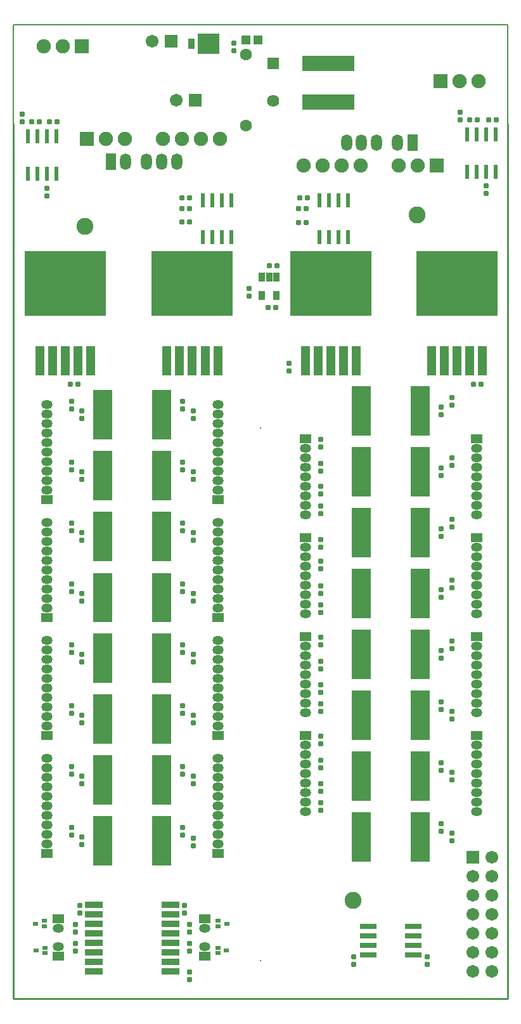
<source format=gts>
G04 Layer_Color=8388736*
%FSLAX25Y25*%
%MOIN*%
G70*
G01*
G75*
%ADD14R,0.02200X0.07800*%
%ADD26C,0.01000*%
%ADD27C,0.00600*%
G04:AMPARAMS|DCode=279|XSize=27.68mil|YSize=28.08mil|CornerRadius=8.92mil|HoleSize=0mil|Usage=FLASHONLY|Rotation=270.000|XOffset=0mil|YOffset=0mil|HoleType=Round|Shape=RoundedRectangle|*
%AMROUNDEDRECTD279*
21,1,0.02768,0.01024,0,0,270.0*
21,1,0.00984,0.02808,0,0,270.0*
1,1,0.01784,-0.00512,-0.00492*
1,1,0.01784,-0.00512,0.00492*
1,1,0.01784,0.00512,0.00492*
1,1,0.01784,0.00512,-0.00492*
%
%ADD279ROUNDEDRECTD279*%
%ADD280R,0.03359X0.05131*%
%ADD281R,0.04934X0.15761*%
%ADD282R,0.42729X0.33871*%
%ADD283R,0.02572X0.01981*%
%ADD284R,0.08674X0.03162*%
%ADD285R,0.09461X0.03359*%
%ADD286R,0.10249X0.02572*%
G04:AMPARAMS|DCode=287|XSize=27.68mil|YSize=28.08mil|CornerRadius=8.92mil|HoleSize=0mil|Usage=FLASHONLY|Rotation=180.000|XOffset=0mil|YOffset=0mil|HoleType=Round|Shape=RoundedRectangle|*
%AMROUNDEDRECTD287*
21,1,0.02768,0.01024,0,0,180.0*
21,1,0.00984,0.02808,0,0,180.0*
1,1,0.01784,-0.00492,0.00512*
1,1,0.01784,0.00492,0.00512*
1,1,0.01784,0.00492,-0.00512*
1,1,0.01784,-0.00492,-0.00512*
%
%ADD287ROUNDEDRECTD287*%
%ADD288R,0.11312X0.10800*%
%ADD289R,0.03800X0.05800*%
%ADD290R,0.27572X0.08280*%
%ADD291R,0.04540X0.04737*%
%ADD292O,0.05918X0.04737*%
%ADD293R,0.05918X0.04737*%
%ADD294C,0.07493*%
%ADD295R,0.07493X0.07493*%
%ADD296O,0.05721X0.08674*%
%ADD297R,0.05721X0.08674*%
%ADD298C,0.06312*%
%ADD299R,0.06706X0.06706*%
%ADD300C,0.06706*%
%ADD301R,0.06706X0.06706*%
%ADD302R,0.06400X0.06400*%
%ADD303C,0.06400*%
%ADD304C,0.08906*%
%ADD305C,0.00800*%
D14*
X114500Y419700D02*
D03*
X109500D02*
D03*
X114500Y400300D02*
D03*
X109500D02*
D03*
X104500Y419700D02*
D03*
X99500D02*
D03*
Y400300D02*
D03*
X104500D02*
D03*
X176000Y419700D02*
D03*
X171000D02*
D03*
X176000Y400300D02*
D03*
X171000D02*
D03*
X166000Y419700D02*
D03*
X161000D02*
D03*
Y400300D02*
D03*
X166000D02*
D03*
X22500Y453200D02*
D03*
X17500D02*
D03*
X22500Y433800D02*
D03*
X17500D02*
D03*
X12500Y453200D02*
D03*
X7500D02*
D03*
Y433800D02*
D03*
X12500D02*
D03*
X253500Y454200D02*
D03*
X248500D02*
D03*
X253500Y434800D02*
D03*
X248500D02*
D03*
X243500Y454200D02*
D03*
X238500D02*
D03*
Y434800D02*
D03*
X243500D02*
D03*
D26*
X0Y0D02*
Y320000D01*
X260000Y0D02*
Y320000D01*
X0Y0D02*
X260000D01*
X0D02*
Y460000D01*
X260000Y0D02*
Y460000D01*
X0Y0D02*
X260000D01*
D27*
X0D02*
X260000D01*
Y512000D01*
X0D02*
X260000D01*
X0Y0D02*
Y512000D01*
D279*
X34008Y323000D02*
D03*
X29992D02*
D03*
X92508Y408500D02*
D03*
X88492D02*
D03*
X154008Y408000D02*
D03*
X149992D02*
D03*
X92508Y415500D02*
D03*
X88492D02*
D03*
X154016D02*
D03*
X150000D02*
D03*
X246016Y323000D02*
D03*
X242000D02*
D03*
X13508Y461000D02*
D03*
X9492D02*
D03*
X244008Y462000D02*
D03*
X239992D02*
D03*
X138016Y363500D02*
D03*
X134000D02*
D03*
X138508Y385500D02*
D03*
X134492D02*
D03*
X92508Y421000D02*
D03*
X88492D02*
D03*
X154516D02*
D03*
X150500D02*
D03*
X23008Y461000D02*
D03*
X18992D02*
D03*
X254008Y462000D02*
D03*
X249992D02*
D03*
D280*
X138240Y379224D02*
D03*
X134500D02*
D03*
X130760D02*
D03*
X138240Y369776D02*
D03*
X130760D02*
D03*
D281*
X107500Y335497D02*
D03*
X100807D02*
D03*
X94114D02*
D03*
X80728D02*
D03*
X87421D02*
D03*
X180386D02*
D03*
X173693D02*
D03*
X167000D02*
D03*
X153614D02*
D03*
X160307D02*
D03*
X40686D02*
D03*
X33993D02*
D03*
X27300D02*
D03*
X13914D02*
D03*
X20607D02*
D03*
X246686D02*
D03*
X239993D02*
D03*
X233300D02*
D03*
X219914D02*
D03*
X226607D02*
D03*
D282*
X94114Y376048D02*
D03*
X167000D02*
D03*
X27300D02*
D03*
X233300D02*
D03*
D283*
X112028Y25378D02*
D03*
X107500Y26756D02*
D03*
Y24000D02*
D03*
X112264Y39500D02*
D03*
X107736Y40878D02*
D03*
Y38122D02*
D03*
X16500Y26756D02*
D03*
Y24000D02*
D03*
X11972Y25378D02*
D03*
X16264Y40878D02*
D03*
Y38122D02*
D03*
X11736Y39500D02*
D03*
D284*
X210311Y33000D02*
D03*
Y38000D02*
D03*
Y28000D02*
D03*
Y23000D02*
D03*
X186689Y38000D02*
D03*
Y28000D02*
D03*
Y33000D02*
D03*
Y23000D02*
D03*
D285*
X82579Y44500D02*
D03*
Y49500D02*
D03*
Y34500D02*
D03*
Y39500D02*
D03*
Y24500D02*
D03*
Y29500D02*
D03*
Y19500D02*
D03*
Y14500D02*
D03*
X42421Y49500D02*
D03*
Y44500D02*
D03*
Y39500D02*
D03*
Y34500D02*
D03*
Y19500D02*
D03*
Y14500D02*
D03*
Y29500D02*
D03*
Y24500D02*
D03*
D286*
X78051Y315957D02*
D03*
Y313398D02*
D03*
Y318516D02*
D03*
Y308279D02*
D03*
Y310839D02*
D03*
Y305720D02*
D03*
Y303161D02*
D03*
Y300602D02*
D03*
Y298043D02*
D03*
Y295484D02*
D03*
X46949Y315957D02*
D03*
Y318516D02*
D03*
Y310839D02*
D03*
Y308279D02*
D03*
Y313398D02*
D03*
Y303161D02*
D03*
Y305720D02*
D03*
Y295484D02*
D03*
Y298043D02*
D03*
Y300602D02*
D03*
X78051Y283957D02*
D03*
Y281398D02*
D03*
Y286516D02*
D03*
Y276279D02*
D03*
Y278839D02*
D03*
Y273721D02*
D03*
Y271161D02*
D03*
Y268602D02*
D03*
Y266043D02*
D03*
Y263484D02*
D03*
X46949Y283957D02*
D03*
Y286516D02*
D03*
Y278839D02*
D03*
Y276279D02*
D03*
Y281398D02*
D03*
Y271161D02*
D03*
Y273721D02*
D03*
Y263484D02*
D03*
Y266043D02*
D03*
Y268602D02*
D03*
X78051Y251957D02*
D03*
Y249398D02*
D03*
Y254516D02*
D03*
Y244280D02*
D03*
Y246839D02*
D03*
Y241721D02*
D03*
Y239161D02*
D03*
Y236602D02*
D03*
Y234043D02*
D03*
Y231484D02*
D03*
X46949Y251957D02*
D03*
Y254516D02*
D03*
Y246839D02*
D03*
Y244280D02*
D03*
Y249398D02*
D03*
Y239161D02*
D03*
Y241721D02*
D03*
Y231484D02*
D03*
Y234043D02*
D03*
Y236602D02*
D03*
X78051Y219913D02*
D03*
Y217354D02*
D03*
Y222472D02*
D03*
Y212236D02*
D03*
Y214795D02*
D03*
Y209677D02*
D03*
Y207118D02*
D03*
Y204559D02*
D03*
Y202000D02*
D03*
Y199441D02*
D03*
X46949Y219913D02*
D03*
Y222472D02*
D03*
Y214795D02*
D03*
Y212236D02*
D03*
Y217354D02*
D03*
Y207118D02*
D03*
Y209677D02*
D03*
Y199441D02*
D03*
Y202000D02*
D03*
Y204559D02*
D03*
X78051Y187957D02*
D03*
Y185398D02*
D03*
Y190516D02*
D03*
Y180280D02*
D03*
Y182839D02*
D03*
Y177720D02*
D03*
Y175161D02*
D03*
Y172602D02*
D03*
Y170043D02*
D03*
Y167484D02*
D03*
X46949Y187957D02*
D03*
Y190516D02*
D03*
Y182839D02*
D03*
Y180280D02*
D03*
Y185398D02*
D03*
Y175161D02*
D03*
Y177720D02*
D03*
Y167484D02*
D03*
Y170043D02*
D03*
Y172602D02*
D03*
X78051Y155957D02*
D03*
Y153398D02*
D03*
Y158516D02*
D03*
Y148280D02*
D03*
Y150839D02*
D03*
Y145721D02*
D03*
Y143161D02*
D03*
Y140602D02*
D03*
Y138043D02*
D03*
Y135484D02*
D03*
X46949Y155957D02*
D03*
Y158516D02*
D03*
Y150839D02*
D03*
Y148280D02*
D03*
Y153398D02*
D03*
Y143161D02*
D03*
Y145721D02*
D03*
Y135484D02*
D03*
Y138043D02*
D03*
Y140602D02*
D03*
X78051Y123957D02*
D03*
Y121398D02*
D03*
Y126516D02*
D03*
Y116279D02*
D03*
Y118839D02*
D03*
Y113721D02*
D03*
Y111161D02*
D03*
Y108602D02*
D03*
Y106043D02*
D03*
Y103484D02*
D03*
X46949Y123957D02*
D03*
Y126516D02*
D03*
Y118839D02*
D03*
Y116279D02*
D03*
Y121398D02*
D03*
Y111161D02*
D03*
Y113721D02*
D03*
Y103484D02*
D03*
Y106043D02*
D03*
Y108602D02*
D03*
X78051Y91957D02*
D03*
Y89398D02*
D03*
Y94516D02*
D03*
Y84280D02*
D03*
Y86839D02*
D03*
Y81721D02*
D03*
Y79161D02*
D03*
Y76602D02*
D03*
Y74043D02*
D03*
Y71484D02*
D03*
X46949Y91957D02*
D03*
Y94516D02*
D03*
Y86839D02*
D03*
Y84280D02*
D03*
Y89398D02*
D03*
Y79161D02*
D03*
Y81721D02*
D03*
Y71484D02*
D03*
Y74043D02*
D03*
Y76602D02*
D03*
X214051Y317972D02*
D03*
Y315413D02*
D03*
Y320532D02*
D03*
Y307736D02*
D03*
Y312854D02*
D03*
Y310295D02*
D03*
Y305177D02*
D03*
Y302618D02*
D03*
Y297500D02*
D03*
Y300059D02*
D03*
X182949Y320532D02*
D03*
Y315413D02*
D03*
Y317972D02*
D03*
Y310295D02*
D03*
Y307736D02*
D03*
Y312854D02*
D03*
Y302618D02*
D03*
Y305177D02*
D03*
Y297500D02*
D03*
Y300059D02*
D03*
X214051Y285957D02*
D03*
Y283398D02*
D03*
Y288516D02*
D03*
Y278279D02*
D03*
Y280839D02*
D03*
Y275721D02*
D03*
Y273161D02*
D03*
Y270602D02*
D03*
Y268043D02*
D03*
Y265484D02*
D03*
X182949Y285957D02*
D03*
Y288516D02*
D03*
Y280839D02*
D03*
Y278279D02*
D03*
Y283398D02*
D03*
Y273161D02*
D03*
Y275721D02*
D03*
Y268043D02*
D03*
Y265484D02*
D03*
Y270602D02*
D03*
X214051Y253957D02*
D03*
Y251398D02*
D03*
Y256516D02*
D03*
Y246280D02*
D03*
Y248839D02*
D03*
Y243721D02*
D03*
Y241161D02*
D03*
Y238602D02*
D03*
Y236043D02*
D03*
Y233484D02*
D03*
X182949Y253957D02*
D03*
Y256516D02*
D03*
Y248839D02*
D03*
Y246280D02*
D03*
Y251398D02*
D03*
Y241161D02*
D03*
Y243721D02*
D03*
Y236043D02*
D03*
Y233484D02*
D03*
Y238602D02*
D03*
X214051Y221957D02*
D03*
Y219398D02*
D03*
Y224516D02*
D03*
Y214280D02*
D03*
Y216839D02*
D03*
Y211720D02*
D03*
Y209161D02*
D03*
Y206602D02*
D03*
Y204043D02*
D03*
Y201484D02*
D03*
X182949Y221957D02*
D03*
Y224516D02*
D03*
Y216839D02*
D03*
Y214280D02*
D03*
Y219398D02*
D03*
Y209161D02*
D03*
Y211720D02*
D03*
Y201484D02*
D03*
Y204043D02*
D03*
Y206602D02*
D03*
X214051Y189957D02*
D03*
Y187398D02*
D03*
Y192516D02*
D03*
Y182280D02*
D03*
Y184839D02*
D03*
Y179720D02*
D03*
Y177161D02*
D03*
Y174602D02*
D03*
Y172043D02*
D03*
Y169484D02*
D03*
X182949Y189957D02*
D03*
Y192516D02*
D03*
Y184839D02*
D03*
Y182280D02*
D03*
Y187398D02*
D03*
Y177161D02*
D03*
Y179720D02*
D03*
Y172043D02*
D03*
Y169484D02*
D03*
Y174602D02*
D03*
X214051Y157957D02*
D03*
Y155398D02*
D03*
Y160516D02*
D03*
Y150279D02*
D03*
Y152839D02*
D03*
Y147721D02*
D03*
Y145161D02*
D03*
Y142602D02*
D03*
Y140043D02*
D03*
Y137484D02*
D03*
X182949Y157957D02*
D03*
Y160516D02*
D03*
Y152839D02*
D03*
Y150279D02*
D03*
Y155398D02*
D03*
Y145161D02*
D03*
Y147721D02*
D03*
Y140043D02*
D03*
Y137484D02*
D03*
Y142602D02*
D03*
X214051Y125957D02*
D03*
Y123398D02*
D03*
Y128516D02*
D03*
Y118280D02*
D03*
Y120839D02*
D03*
Y115720D02*
D03*
Y113161D02*
D03*
Y110602D02*
D03*
Y108043D02*
D03*
Y105484D02*
D03*
X182949Y125957D02*
D03*
Y128516D02*
D03*
Y120839D02*
D03*
Y118280D02*
D03*
Y123398D02*
D03*
Y113161D02*
D03*
Y115720D02*
D03*
Y108043D02*
D03*
Y105484D02*
D03*
Y110602D02*
D03*
X214051Y93957D02*
D03*
Y91398D02*
D03*
Y96516D02*
D03*
Y86279D02*
D03*
Y88839D02*
D03*
Y83720D02*
D03*
Y81161D02*
D03*
Y78602D02*
D03*
Y76043D02*
D03*
Y73484D02*
D03*
X182949Y93957D02*
D03*
Y96516D02*
D03*
Y88839D02*
D03*
Y86279D02*
D03*
Y91398D02*
D03*
Y81161D02*
D03*
Y83720D02*
D03*
Y76043D02*
D03*
Y73484D02*
D03*
Y78602D02*
D03*
D287*
X145000Y329992D02*
D03*
Y334008D02*
D03*
X17500Y421992D02*
D03*
Y426008D02*
D03*
X248500Y423492D02*
D03*
Y427508D02*
D03*
X92500Y24992D02*
D03*
Y29008D02*
D03*
Y35000D02*
D03*
Y39016D02*
D03*
Y9992D02*
D03*
Y14008D02*
D03*
X32500Y25000D02*
D03*
Y29016D02*
D03*
Y34992D02*
D03*
Y39008D02*
D03*
X30500Y309992D02*
D03*
Y314008D02*
D03*
X36000Y304992D02*
D03*
Y309008D02*
D03*
X30500Y277992D02*
D03*
Y282008D02*
D03*
X36000Y272992D02*
D03*
Y277008D02*
D03*
X30500Y245992D02*
D03*
Y250008D02*
D03*
X36000Y240992D02*
D03*
Y245008D02*
D03*
X30500Y213992D02*
D03*
Y218008D02*
D03*
X36000Y208992D02*
D03*
Y213008D02*
D03*
X89000Y309992D02*
D03*
Y314008D02*
D03*
X94500Y304992D02*
D03*
Y309008D02*
D03*
X89000Y277992D02*
D03*
Y282008D02*
D03*
X94500Y272992D02*
D03*
Y277008D02*
D03*
X89000Y245992D02*
D03*
Y250008D02*
D03*
X94500Y240992D02*
D03*
Y245008D02*
D03*
X89000Y213992D02*
D03*
Y218008D02*
D03*
X94500Y208992D02*
D03*
Y213008D02*
D03*
X30500Y181992D02*
D03*
Y186008D02*
D03*
X36000Y176992D02*
D03*
Y181008D02*
D03*
X30500Y149992D02*
D03*
Y154008D02*
D03*
X36000Y144992D02*
D03*
Y149008D02*
D03*
X30500Y117992D02*
D03*
Y122008D02*
D03*
X36000Y112992D02*
D03*
Y117008D02*
D03*
X30500Y85992D02*
D03*
Y90008D02*
D03*
X36000Y80992D02*
D03*
Y85008D02*
D03*
X89000Y181992D02*
D03*
Y186008D02*
D03*
X94500Y176992D02*
D03*
Y181008D02*
D03*
X89000Y149992D02*
D03*
Y154008D02*
D03*
X94500Y144992D02*
D03*
Y149008D02*
D03*
X89000Y117992D02*
D03*
Y122008D02*
D03*
X94500Y113000D02*
D03*
Y117016D02*
D03*
X89000Y85992D02*
D03*
Y90008D02*
D03*
X94500Y80492D02*
D03*
Y84508D02*
D03*
X161500Y290000D02*
D03*
Y294016D02*
D03*
Y277492D02*
D03*
Y281508D02*
D03*
Y265492D02*
D03*
Y269508D02*
D03*
Y254992D02*
D03*
Y259008D02*
D03*
Y237492D02*
D03*
Y241508D02*
D03*
Y225992D02*
D03*
Y230008D02*
D03*
Y212992D02*
D03*
Y217008D02*
D03*
Y202992D02*
D03*
Y207008D02*
D03*
X230500Y311992D02*
D03*
Y316008D02*
D03*
X225000Y306992D02*
D03*
Y311008D02*
D03*
X230500Y280492D02*
D03*
Y284508D02*
D03*
X225000Y274992D02*
D03*
Y279008D02*
D03*
X230500Y247992D02*
D03*
Y252008D02*
D03*
X225000Y242992D02*
D03*
Y247008D02*
D03*
X230500Y215992D02*
D03*
Y220008D02*
D03*
X225000Y210992D02*
D03*
Y215008D02*
D03*
X161500Y185992D02*
D03*
Y190008D02*
D03*
Y173492D02*
D03*
Y177508D02*
D03*
Y160992D02*
D03*
Y165008D02*
D03*
Y150992D02*
D03*
Y155008D02*
D03*
Y133992D02*
D03*
Y138008D02*
D03*
Y121492D02*
D03*
Y125508D02*
D03*
Y108992D02*
D03*
Y113008D02*
D03*
Y98992D02*
D03*
Y103008D02*
D03*
X230500Y183992D02*
D03*
Y188008D02*
D03*
X225000Y178992D02*
D03*
Y183008D02*
D03*
Y151992D02*
D03*
Y156008D02*
D03*
X230500Y146992D02*
D03*
Y151008D02*
D03*
X225000Y119992D02*
D03*
Y124008D02*
D03*
X230500Y114992D02*
D03*
Y119008D02*
D03*
X225000Y87992D02*
D03*
Y92008D02*
D03*
X230500Y82992D02*
D03*
Y87008D02*
D03*
X124000Y369492D02*
D03*
Y373508D02*
D03*
X116000Y498492D02*
D03*
Y502508D02*
D03*
X4500Y460992D02*
D03*
Y465008D02*
D03*
X235000Y461992D02*
D03*
Y466008D02*
D03*
X179000Y17992D02*
D03*
Y22008D02*
D03*
X90000Y44984D02*
D03*
Y49000D02*
D03*
X217500Y17992D02*
D03*
Y22008D02*
D03*
X35000Y44992D02*
D03*
Y49008D02*
D03*
D288*
X102712Y502000D02*
D03*
D289*
X93500D02*
D03*
D290*
X165500Y491579D02*
D03*
Y471500D02*
D03*
D291*
X128748Y504000D02*
D03*
X122252D02*
D03*
D292*
X17500Y282500D02*
D03*
Y267500D02*
D03*
Y272500D02*
D03*
Y277500D02*
D03*
Y287500D02*
D03*
Y292500D02*
D03*
Y297500D02*
D03*
Y302500D02*
D03*
Y307500D02*
D03*
Y312500D02*
D03*
Y220500D02*
D03*
Y205500D02*
D03*
Y210500D02*
D03*
Y215500D02*
D03*
Y225500D02*
D03*
Y230500D02*
D03*
Y235500D02*
D03*
Y240500D02*
D03*
Y245500D02*
D03*
Y250500D02*
D03*
Y158500D02*
D03*
Y143500D02*
D03*
Y148500D02*
D03*
Y153500D02*
D03*
Y163500D02*
D03*
Y168500D02*
D03*
Y173500D02*
D03*
Y178500D02*
D03*
Y183500D02*
D03*
Y188500D02*
D03*
Y96500D02*
D03*
Y81500D02*
D03*
Y86500D02*
D03*
Y91500D02*
D03*
Y101500D02*
D03*
Y106500D02*
D03*
Y111500D02*
D03*
Y116500D02*
D03*
Y121500D02*
D03*
Y126500D02*
D03*
X243500Y123500D02*
D03*
Y98500D02*
D03*
Y103500D02*
D03*
Y108500D02*
D03*
Y113500D02*
D03*
Y118500D02*
D03*
Y128500D02*
D03*
Y133500D02*
D03*
Y175500D02*
D03*
Y150500D02*
D03*
Y155500D02*
D03*
Y160500D02*
D03*
Y165500D02*
D03*
Y170500D02*
D03*
Y180500D02*
D03*
Y185500D02*
D03*
Y227500D02*
D03*
Y202500D02*
D03*
Y207500D02*
D03*
Y212500D02*
D03*
Y217500D02*
D03*
Y222500D02*
D03*
Y232500D02*
D03*
Y237500D02*
D03*
Y279500D02*
D03*
Y254500D02*
D03*
Y259500D02*
D03*
Y264500D02*
D03*
Y269500D02*
D03*
Y274500D02*
D03*
Y284500D02*
D03*
Y289500D02*
D03*
X100500Y27500D02*
D03*
Y37000D02*
D03*
X23500Y27500D02*
D03*
Y37000D02*
D03*
X107500Y96500D02*
D03*
Y81500D02*
D03*
Y86500D02*
D03*
Y91500D02*
D03*
Y101500D02*
D03*
Y106500D02*
D03*
Y111500D02*
D03*
Y116500D02*
D03*
Y121500D02*
D03*
Y126500D02*
D03*
X153500Y279500D02*
D03*
Y254500D02*
D03*
Y259500D02*
D03*
Y264500D02*
D03*
Y269500D02*
D03*
Y274500D02*
D03*
Y284500D02*
D03*
Y289500D02*
D03*
Y227500D02*
D03*
Y202500D02*
D03*
Y207500D02*
D03*
Y212500D02*
D03*
Y217500D02*
D03*
Y222500D02*
D03*
Y232500D02*
D03*
Y237500D02*
D03*
Y175500D02*
D03*
Y150500D02*
D03*
Y155500D02*
D03*
Y160500D02*
D03*
Y165500D02*
D03*
Y170500D02*
D03*
Y180500D02*
D03*
Y185500D02*
D03*
Y123500D02*
D03*
Y98500D02*
D03*
Y103500D02*
D03*
Y108500D02*
D03*
Y113500D02*
D03*
Y118500D02*
D03*
Y128500D02*
D03*
Y133500D02*
D03*
X107500Y158500D02*
D03*
Y143500D02*
D03*
Y148500D02*
D03*
Y153500D02*
D03*
Y163500D02*
D03*
Y168500D02*
D03*
Y173500D02*
D03*
Y178500D02*
D03*
Y183500D02*
D03*
Y188500D02*
D03*
Y220500D02*
D03*
Y205500D02*
D03*
Y210500D02*
D03*
Y215500D02*
D03*
Y225500D02*
D03*
Y230500D02*
D03*
Y235500D02*
D03*
Y240500D02*
D03*
Y245500D02*
D03*
Y250500D02*
D03*
Y282500D02*
D03*
Y267500D02*
D03*
Y272500D02*
D03*
Y277500D02*
D03*
Y287500D02*
D03*
Y292500D02*
D03*
Y297500D02*
D03*
Y302500D02*
D03*
Y307500D02*
D03*
Y312500D02*
D03*
D293*
X17500Y262500D02*
D03*
Y200500D02*
D03*
Y138500D02*
D03*
Y76500D02*
D03*
X243500Y138500D02*
D03*
Y190500D02*
D03*
Y242500D02*
D03*
Y294500D02*
D03*
X100500Y22500D02*
D03*
Y42000D02*
D03*
X23500Y22500D02*
D03*
Y42000D02*
D03*
X107500Y76500D02*
D03*
X153500Y294500D02*
D03*
Y242500D02*
D03*
Y190500D02*
D03*
Y138500D02*
D03*
X107500D02*
D03*
Y200500D02*
D03*
Y262500D02*
D03*
D294*
X78500Y452000D02*
D03*
X88500D02*
D03*
X58500Y452000D02*
D03*
X108500Y452000D02*
D03*
X98500D02*
D03*
X48500Y452000D02*
D03*
X212500Y438000D02*
D03*
X182500Y438000D02*
D03*
X202500Y438000D02*
D03*
X172500Y438000D02*
D03*
X162500D02*
D03*
X152500D02*
D03*
X26000Y500800D02*
D03*
X16000D02*
D03*
X234500Y482200D02*
D03*
X244500D02*
D03*
D295*
X38500Y452000D02*
D03*
X222500Y438000D02*
D03*
X36000Y500800D02*
D03*
X224500Y482200D02*
D03*
D296*
X70126Y440000D02*
D03*
X78000D02*
D03*
X59102D02*
D03*
X85874D02*
D03*
X191000Y450000D02*
D03*
X202024D02*
D03*
X183126D02*
D03*
X175252D02*
D03*
D297*
X51228Y440000D02*
D03*
X209898Y450000D02*
D03*
D298*
X122300Y496500D02*
D03*
X122200Y459000D02*
D03*
D299*
X95500Y472500D02*
D03*
X83000Y503500D02*
D03*
D300*
X85500Y472500D02*
D03*
X73000Y503500D02*
D03*
X251500Y54500D02*
D03*
Y64500D02*
D03*
Y44500D02*
D03*
Y74500D02*
D03*
Y34500D02*
D03*
Y24500D02*
D03*
Y14500D02*
D03*
X241500Y64500D02*
D03*
Y44500D02*
D03*
Y54500D02*
D03*
Y34500D02*
D03*
Y14500D02*
D03*
Y24500D02*
D03*
D301*
Y74500D02*
D03*
D302*
X136500Y491600D02*
D03*
D303*
Y472000D02*
D03*
D304*
X37800Y406100D02*
D03*
X212200Y411900D02*
D03*
X178600Y51700D02*
D03*
D305*
X130000Y300004D02*
D03*
Y19996D02*
D03*
M02*

</source>
